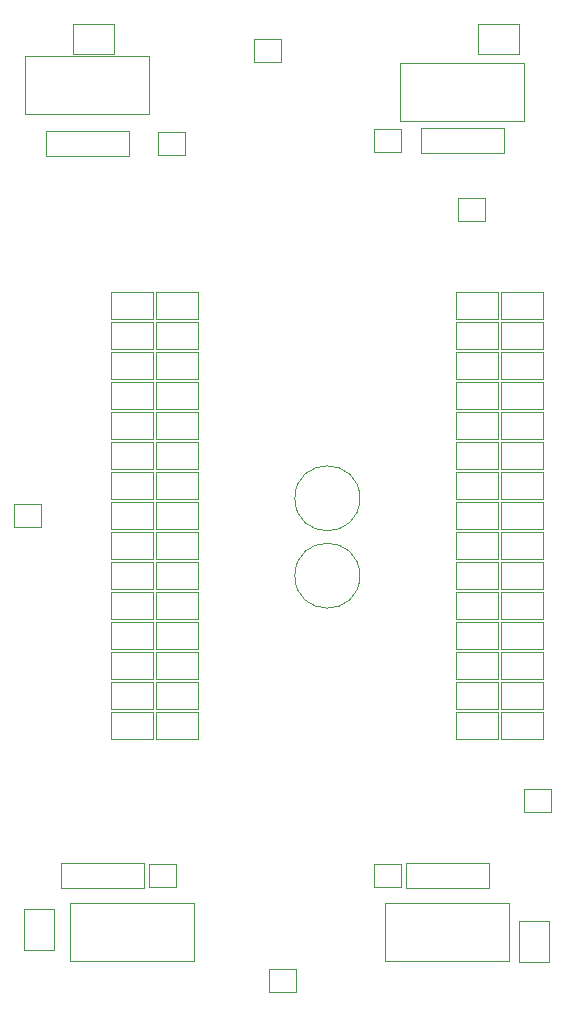
<source format=gbr>
%TF.GenerationSoftware,KiCad,Pcbnew,(5.1.10)-1*%
%TF.CreationDate,2021-10-03T01:52:35+02:00*%
%TF.ProjectId,no 1,6e6f2031-2e6b-4696-9361-645f70636258,rev?*%
%TF.SameCoordinates,Original*%
%TF.FileFunction,Other,User*%
%FSLAX46Y46*%
G04 Gerber Fmt 4.6, Leading zero omitted, Abs format (unit mm)*
G04 Created by KiCad (PCBNEW (5.1.10)-1) date 2021-10-03 01:52:35*
%MOMM*%
%LPD*%
G01*
G04 APERTURE LIST*
%ADD10C,0.050000*%
G04 APERTURE END LIST*
D10*
%TO.C,R2*%
X193360000Y-77504000D02*
X200340000Y-77504000D01*
X193360000Y-75404000D02*
X193360000Y-77504000D01*
X200340000Y-75404000D02*
X193360000Y-75404000D01*
X200340000Y-77504000D02*
X200340000Y-75404000D01*
%TO.C,J5*%
X202812000Y-77454000D02*
X205112000Y-77454000D01*
X202812000Y-75454000D02*
X202812000Y-77454000D01*
X205112000Y-75454000D02*
X202812000Y-75454000D01*
X205112000Y-77454000D02*
X205112000Y-75454000D01*
%TO.C,J13*%
X230512000Y-81042000D02*
X228212000Y-81042000D01*
X230512000Y-83042000D02*
X230512000Y-81042000D01*
X228212000Y-83042000D02*
X230512000Y-83042000D01*
X228212000Y-81042000D02*
X228212000Y-83042000D01*
%TO.C,H2*%
X219920000Y-106480000D02*
G75*
G03*
X219920000Y-106480000I-2750000J0D01*
G01*
%TO.C,H1*%
X219920000Y-113030000D02*
G75*
G03*
X219920000Y-113030000I-2750000J0D01*
G01*
%TO.C,J13*%
X198860000Y-96400000D02*
X198860000Y-94100000D01*
X202410000Y-96400000D02*
X198860000Y-96400000D01*
X202410000Y-94100000D02*
X202410000Y-96400000D01*
X198860000Y-94100000D02*
X202410000Y-94100000D01*
X202670000Y-96400000D02*
X202670000Y-94100000D01*
X206220000Y-96400000D02*
X202670000Y-96400000D01*
X206220000Y-94100000D02*
X206220000Y-96400000D01*
X202670000Y-94100000D02*
X206220000Y-94100000D01*
X198860000Y-98940000D02*
X198860000Y-96640000D01*
X202410000Y-98940000D02*
X198860000Y-98940000D01*
X202410000Y-96640000D02*
X202410000Y-98940000D01*
X198860000Y-96640000D02*
X202410000Y-96640000D01*
X202670000Y-98940000D02*
X202670000Y-96640000D01*
X206220000Y-98940000D02*
X202670000Y-98940000D01*
X206220000Y-96640000D02*
X206220000Y-98940000D01*
X202670000Y-96640000D02*
X206220000Y-96640000D01*
%TO.C,J14*%
X231880000Y-109100000D02*
X231880000Y-106800000D01*
X235430000Y-109100000D02*
X231880000Y-109100000D01*
X235430000Y-106800000D02*
X235430000Y-109100000D01*
X231880000Y-106800000D02*
X235430000Y-106800000D01*
X231880000Y-111640000D02*
X231880000Y-109340000D01*
X235430000Y-111640000D02*
X231880000Y-111640000D01*
X235430000Y-109340000D02*
X235430000Y-111640000D01*
X231880000Y-109340000D02*
X235430000Y-109340000D01*
X231880000Y-114180000D02*
X231880000Y-111880000D01*
X235430000Y-114180000D02*
X231880000Y-114180000D01*
X235430000Y-111880000D02*
X235430000Y-114180000D01*
X231880000Y-111880000D02*
X235430000Y-111880000D01*
X231880000Y-116720000D02*
X231880000Y-114420000D01*
X235430000Y-116720000D02*
X231880000Y-116720000D01*
X235430000Y-114420000D02*
X235430000Y-116720000D01*
X231880000Y-114420000D02*
X235430000Y-114420000D01*
X231880000Y-96400000D02*
X231880000Y-94100000D01*
X235430000Y-96400000D02*
X231880000Y-96400000D01*
X235430000Y-94100000D02*
X235430000Y-96400000D01*
X231880000Y-94100000D02*
X235430000Y-94100000D01*
X231880000Y-93860000D02*
X231880000Y-91560000D01*
X235430000Y-93860000D02*
X231880000Y-93860000D01*
X235430000Y-91560000D02*
X235430000Y-93860000D01*
X231880000Y-91560000D02*
X235430000Y-91560000D01*
X231880000Y-91320000D02*
X231880000Y-89020000D01*
X235430000Y-91320000D02*
X231880000Y-91320000D01*
X235430000Y-89020000D02*
X235430000Y-91320000D01*
X231880000Y-89020000D02*
X235430000Y-89020000D01*
X231880000Y-119260000D02*
X231880000Y-116960000D01*
X235430000Y-119260000D02*
X231880000Y-119260000D01*
X235430000Y-116960000D02*
X235430000Y-119260000D01*
X231880000Y-116960000D02*
X235430000Y-116960000D01*
X231880000Y-121800000D02*
X231880000Y-119500000D01*
X235430000Y-121800000D02*
X231880000Y-121800000D01*
X235430000Y-119500000D02*
X235430000Y-121800000D01*
X231880000Y-119500000D02*
X235430000Y-119500000D01*
X231880000Y-124340000D02*
X231880000Y-122040000D01*
X235430000Y-124340000D02*
X231880000Y-124340000D01*
X235430000Y-122040000D02*
X235430000Y-124340000D01*
X231880000Y-122040000D02*
X235430000Y-122040000D01*
X231880000Y-126880000D02*
X231880000Y-124580000D01*
X235430000Y-126880000D02*
X231880000Y-126880000D01*
X235430000Y-124580000D02*
X235430000Y-126880000D01*
X231880000Y-124580000D02*
X235430000Y-124580000D01*
X228070000Y-116720000D02*
X228070000Y-114420000D01*
X231620000Y-116720000D02*
X228070000Y-116720000D01*
X231620000Y-114420000D02*
X231620000Y-116720000D01*
X228070000Y-114420000D02*
X231620000Y-114420000D01*
X228070000Y-119260000D02*
X228070000Y-116960000D01*
X231620000Y-119260000D02*
X228070000Y-119260000D01*
X231620000Y-116960000D02*
X231620000Y-119260000D01*
X228070000Y-116960000D02*
X231620000Y-116960000D01*
X228070000Y-121800000D02*
X228070000Y-119500000D01*
X231620000Y-121800000D02*
X228070000Y-121800000D01*
X231620000Y-119500000D02*
X231620000Y-121800000D01*
X228070000Y-119500000D02*
X231620000Y-119500000D01*
X228070000Y-124340000D02*
X228070000Y-122040000D01*
X231620000Y-124340000D02*
X228070000Y-124340000D01*
X231620000Y-122040000D02*
X231620000Y-124340000D01*
X228070000Y-122040000D02*
X231620000Y-122040000D01*
X228070000Y-126880000D02*
X228070000Y-124580000D01*
X231620000Y-126880000D02*
X228070000Y-126880000D01*
X231620000Y-124580000D02*
X231620000Y-126880000D01*
X228070000Y-124580000D02*
X231620000Y-124580000D01*
X198860000Y-116720000D02*
X198860000Y-114420000D01*
X202410000Y-116720000D02*
X198860000Y-116720000D01*
X202410000Y-114420000D02*
X202410000Y-116720000D01*
X198860000Y-114420000D02*
X202410000Y-114420000D01*
X198860000Y-121800000D02*
X198860000Y-119500000D01*
X202410000Y-121800000D02*
X198860000Y-121800000D01*
X202410000Y-119500000D02*
X202410000Y-121800000D01*
X198860000Y-119500000D02*
X202410000Y-119500000D01*
X198860000Y-126880000D02*
X198860000Y-124580000D01*
X202410000Y-126880000D02*
X198860000Y-126880000D01*
X202410000Y-124580000D02*
X202410000Y-126880000D01*
X198860000Y-124580000D02*
X202410000Y-124580000D01*
X198860000Y-119260000D02*
X198860000Y-116960000D01*
X202410000Y-119260000D02*
X198860000Y-119260000D01*
X202410000Y-116960000D02*
X202410000Y-119260000D01*
X198860000Y-116960000D02*
X202410000Y-116960000D01*
X198860000Y-124340000D02*
X198860000Y-122040000D01*
X202410000Y-124340000D02*
X198860000Y-124340000D01*
X202410000Y-122040000D02*
X202410000Y-124340000D01*
X198860000Y-122040000D02*
X202410000Y-122040000D01*
X202670000Y-109100000D02*
X202670000Y-106800000D01*
X206220000Y-109100000D02*
X202670000Y-109100000D01*
X206220000Y-106800000D02*
X206220000Y-109100000D01*
X202670000Y-106800000D02*
X206220000Y-106800000D01*
X202670000Y-111640000D02*
X202670000Y-109340000D01*
X206220000Y-111640000D02*
X202670000Y-111640000D01*
X206220000Y-109340000D02*
X206220000Y-111640000D01*
X202670000Y-109340000D02*
X206220000Y-109340000D01*
X202670000Y-114180000D02*
X202670000Y-111880000D01*
X206220000Y-114180000D02*
X202670000Y-114180000D01*
X206220000Y-111880000D02*
X206220000Y-114180000D01*
X202670000Y-111880000D02*
X206220000Y-111880000D01*
X202670000Y-116720000D02*
X202670000Y-114420000D01*
X206220000Y-116720000D02*
X202670000Y-116720000D01*
X206220000Y-114420000D02*
X206220000Y-116720000D01*
X202670000Y-114420000D02*
X206220000Y-114420000D01*
X202670000Y-93860000D02*
X202670000Y-91560000D01*
X206220000Y-93860000D02*
X202670000Y-93860000D01*
X206220000Y-91560000D02*
X206220000Y-93860000D01*
X202670000Y-91560000D02*
X206220000Y-91560000D01*
X202670000Y-119260000D02*
X202670000Y-116960000D01*
X206220000Y-119260000D02*
X202670000Y-119260000D01*
X206220000Y-116960000D02*
X206220000Y-119260000D01*
X202670000Y-116960000D02*
X206220000Y-116960000D01*
X202670000Y-124340000D02*
X202670000Y-122040000D01*
X206220000Y-124340000D02*
X202670000Y-124340000D01*
X206220000Y-122040000D02*
X206220000Y-124340000D01*
X202670000Y-122040000D02*
X206220000Y-122040000D01*
X202670000Y-126880000D02*
X202670000Y-124580000D01*
X206220000Y-126880000D02*
X202670000Y-126880000D01*
X206220000Y-124580000D02*
X206220000Y-126880000D01*
X202670000Y-124580000D02*
X206220000Y-124580000D01*
X202670000Y-121800000D02*
X202670000Y-119500000D01*
X206220000Y-121800000D02*
X202670000Y-121800000D01*
X206220000Y-119500000D02*
X206220000Y-121800000D01*
X202670000Y-119500000D02*
X206220000Y-119500000D01*
X202670000Y-91320000D02*
X202670000Y-89020000D01*
X206220000Y-91320000D02*
X202670000Y-91320000D01*
X206220000Y-89020000D02*
X206220000Y-91320000D01*
X202670000Y-89020000D02*
X206220000Y-89020000D01*
%TO.C,J13*%
X228070000Y-101480000D02*
X228070000Y-99180000D01*
X231620000Y-101480000D02*
X228070000Y-101480000D01*
X231620000Y-99180000D02*
X231620000Y-101480000D01*
X228070000Y-99180000D02*
X231620000Y-99180000D01*
X228070000Y-104020000D02*
X228070000Y-101720000D01*
X231620000Y-104020000D02*
X228070000Y-104020000D01*
X231620000Y-101720000D02*
X231620000Y-104020000D01*
X228070000Y-101720000D02*
X231620000Y-101720000D01*
X228070000Y-106560000D02*
X228070000Y-104260000D01*
X231620000Y-106560000D02*
X228070000Y-106560000D01*
X231620000Y-104260000D02*
X231620000Y-106560000D01*
X228070000Y-104260000D02*
X231620000Y-104260000D01*
X228070000Y-96400000D02*
X228070000Y-94100000D01*
X231620000Y-96400000D02*
X228070000Y-96400000D01*
X231620000Y-94100000D02*
X231620000Y-96400000D01*
X228070000Y-94100000D02*
X231620000Y-94100000D01*
X228070000Y-93860000D02*
X228070000Y-91560000D01*
X231620000Y-93860000D02*
X228070000Y-93860000D01*
X231620000Y-91560000D02*
X231620000Y-93860000D01*
X228070000Y-91560000D02*
X231620000Y-91560000D01*
X228070000Y-91320000D02*
X228070000Y-89020000D01*
X231620000Y-91320000D02*
X228070000Y-91320000D01*
X231620000Y-89020000D02*
X231620000Y-91320000D01*
X228070000Y-89020000D02*
X231620000Y-89020000D01*
X228070000Y-109100000D02*
X228070000Y-106800000D01*
X231620000Y-109100000D02*
X228070000Y-109100000D01*
X231620000Y-106800000D02*
X231620000Y-109100000D01*
X228070000Y-106800000D02*
X231620000Y-106800000D01*
X228070000Y-111640000D02*
X228070000Y-109340000D01*
X231620000Y-111640000D02*
X228070000Y-111640000D01*
X231620000Y-109340000D02*
X231620000Y-111640000D01*
X228070000Y-109340000D02*
X231620000Y-109340000D01*
X228070000Y-114180000D02*
X228070000Y-111880000D01*
X231620000Y-114180000D02*
X228070000Y-114180000D01*
X231620000Y-111880000D02*
X231620000Y-114180000D01*
X228070000Y-111880000D02*
X231620000Y-111880000D01*
X198860000Y-101480000D02*
X198860000Y-99180000D01*
X202410000Y-101480000D02*
X198860000Y-101480000D01*
X202410000Y-99180000D02*
X202410000Y-101480000D01*
X198860000Y-99180000D02*
X202410000Y-99180000D01*
X198860000Y-106560000D02*
X198860000Y-104260000D01*
X202410000Y-106560000D02*
X198860000Y-106560000D01*
X202410000Y-104260000D02*
X202410000Y-106560000D01*
X198860000Y-104260000D02*
X202410000Y-104260000D01*
X198860000Y-104020000D02*
X198860000Y-101720000D01*
X202410000Y-104020000D02*
X198860000Y-104020000D01*
X202410000Y-101720000D02*
X202410000Y-104020000D01*
X198860000Y-101720000D02*
X202410000Y-101720000D01*
X198860000Y-91320000D02*
X198860000Y-89020000D01*
X202410000Y-91320000D02*
X198860000Y-91320000D01*
X202410000Y-89020000D02*
X202410000Y-91320000D01*
X198860000Y-89020000D02*
X202410000Y-89020000D01*
X198860000Y-93860000D02*
X198860000Y-91560000D01*
X202410000Y-93860000D02*
X198860000Y-93860000D01*
X202410000Y-91560000D02*
X202410000Y-93860000D01*
X198860000Y-91560000D02*
X202410000Y-91560000D01*
X198860000Y-111640000D02*
X198860000Y-109340000D01*
X202410000Y-111640000D02*
X198860000Y-111640000D01*
X202410000Y-109340000D02*
X202410000Y-111640000D01*
X198860000Y-109340000D02*
X202410000Y-109340000D01*
X198860000Y-114180000D02*
X198860000Y-111880000D01*
X202410000Y-114180000D02*
X198860000Y-114180000D01*
X202410000Y-111880000D02*
X202410000Y-114180000D01*
X198860000Y-111880000D02*
X202410000Y-111880000D01*
X198860000Y-109100000D02*
X198860000Y-106800000D01*
X202410000Y-109100000D02*
X198860000Y-109100000D01*
X202410000Y-106800000D02*
X202410000Y-109100000D01*
X198860000Y-106800000D02*
X202410000Y-106800000D01*
X228070000Y-98940000D02*
X228070000Y-96640000D01*
X231620000Y-98940000D02*
X228070000Y-98940000D01*
X231620000Y-96640000D02*
X231620000Y-98940000D01*
X228070000Y-96640000D02*
X231620000Y-96640000D01*
X231880000Y-98940000D02*
X231880000Y-96640000D01*
X235430000Y-98940000D02*
X231880000Y-98940000D01*
X235430000Y-96640000D02*
X235430000Y-98940000D01*
X231880000Y-96640000D02*
X235430000Y-96640000D01*
X231880000Y-101480000D02*
X231880000Y-99180000D01*
X235430000Y-101480000D02*
X231880000Y-101480000D01*
X235430000Y-99180000D02*
X235430000Y-101480000D01*
X231880000Y-99180000D02*
X235430000Y-99180000D01*
X231880000Y-104020000D02*
X231880000Y-101720000D01*
X235430000Y-104020000D02*
X231880000Y-104020000D01*
X235430000Y-101720000D02*
X235430000Y-104020000D01*
X231880000Y-101720000D02*
X235430000Y-101720000D01*
X231880000Y-106560000D02*
X231880000Y-104260000D01*
X235430000Y-106560000D02*
X231880000Y-106560000D01*
X235430000Y-104260000D02*
X235430000Y-106560000D01*
X231880000Y-104260000D02*
X235430000Y-104260000D01*
X202670000Y-101480000D02*
X202670000Y-99180000D01*
X206220000Y-101480000D02*
X202670000Y-101480000D01*
X206220000Y-99180000D02*
X206220000Y-101480000D01*
X202670000Y-99180000D02*
X206220000Y-99180000D01*
X202670000Y-104020000D02*
X202670000Y-101720000D01*
X206220000Y-104020000D02*
X202670000Y-104020000D01*
X206220000Y-101720000D02*
X206220000Y-104020000D01*
X202670000Y-101720000D02*
X206220000Y-101720000D01*
X202670000Y-106560000D02*
X202670000Y-104260000D01*
X206220000Y-106560000D02*
X202670000Y-106560000D01*
X206220000Y-104260000D02*
X206220000Y-106560000D01*
X202670000Y-104260000D02*
X206220000Y-104260000D01*
%TO.C,Q4*%
X233850000Y-74520000D02*
X233850000Y-69610000D01*
X233850000Y-69610000D02*
X223350000Y-69610000D01*
X223350000Y-69610000D02*
X223350000Y-74520000D01*
X223350000Y-74520000D02*
X233850000Y-74520000D01*
%TO.C,J1*%
X191500000Y-144760000D02*
X191500000Y-141260000D01*
X194000000Y-144760000D02*
X191500000Y-144760000D01*
X194000000Y-141260000D02*
X194000000Y-144760000D01*
X191500000Y-141260000D02*
X194000000Y-141260000D01*
%TO.C,J2*%
X195600000Y-68850000D02*
X195600000Y-66350000D01*
X195600000Y-66350000D02*
X199100000Y-66350000D01*
X199100000Y-66350000D02*
X199100000Y-68850000D01*
X199100000Y-68850000D02*
X195600000Y-68850000D01*
%TO.C,J3*%
X192920000Y-106950000D02*
X190620000Y-106950000D01*
X192920000Y-108950000D02*
X192920000Y-106950000D01*
X190620000Y-108950000D02*
X192920000Y-108950000D01*
X190620000Y-106950000D02*
X190620000Y-108950000D01*
%TO.C,J4*%
X204350000Y-137430000D02*
X202050000Y-137430000D01*
X204350000Y-139430000D02*
X204350000Y-137430000D01*
X202050000Y-139430000D02*
X204350000Y-139430000D01*
X202050000Y-137430000D02*
X202050000Y-139430000D01*
%TO.C,J6*%
X212210000Y-146320000D02*
X212210000Y-148320000D01*
X212210000Y-148320000D02*
X214510000Y-148320000D01*
X214510000Y-148320000D02*
X214510000Y-146320000D01*
X214510000Y-146320000D02*
X212210000Y-146320000D01*
%TO.C,J7*%
X213240000Y-67580000D02*
X210940000Y-67580000D01*
X213240000Y-69580000D02*
X213240000Y-67580000D01*
X210940000Y-69580000D02*
X213240000Y-69580000D01*
X210940000Y-67580000D02*
X210940000Y-69580000D01*
%TO.C,J8*%
X223400000Y-75200000D02*
X221100000Y-75200000D01*
X223400000Y-77200000D02*
X223400000Y-75200000D01*
X221100000Y-77200000D02*
X223400000Y-77200000D01*
X221100000Y-75200000D02*
X221100000Y-77200000D01*
%TO.C,J9*%
X221100000Y-137430000D02*
X221100000Y-139430000D01*
X221100000Y-139430000D02*
X223400000Y-139430000D01*
X223400000Y-139430000D02*
X223400000Y-137430000D01*
X223400000Y-137430000D02*
X221100000Y-137430000D01*
%TO.C,J10*%
X233800000Y-131080000D02*
X233800000Y-133080000D01*
X233800000Y-133080000D02*
X236100000Y-133080000D01*
X236100000Y-133080000D02*
X236100000Y-131080000D01*
X236100000Y-131080000D02*
X233800000Y-131080000D01*
%TO.C,J11*%
X233390000Y-68850000D02*
X229890000Y-68850000D01*
X233390000Y-66350000D02*
X233390000Y-68850000D01*
X229890000Y-66350000D02*
X233390000Y-66350000D01*
X229890000Y-68850000D02*
X229890000Y-66350000D01*
%TO.C,J12*%
X233410000Y-142260000D02*
X235910000Y-142260000D01*
X235910000Y-142260000D02*
X235910000Y-145760000D01*
X235910000Y-145760000D02*
X233410000Y-145760000D01*
X233410000Y-145760000D02*
X233410000Y-142260000D01*
%TO.C,Q1*%
X205910000Y-145640000D02*
X205910000Y-140730000D01*
X205910000Y-140730000D02*
X195410000Y-140730000D01*
X195410000Y-140730000D02*
X195410000Y-145640000D01*
X195410000Y-145640000D02*
X205910000Y-145640000D01*
%TO.C,Q2*%
X202100000Y-68990000D02*
X191600000Y-68990000D01*
X202100000Y-73900000D02*
X202100000Y-68990000D01*
X191600000Y-73900000D02*
X202100000Y-73900000D01*
X191600000Y-68990000D02*
X191600000Y-73900000D01*
%TO.C,Q3*%
X232580000Y-145640000D02*
X232580000Y-140730000D01*
X232580000Y-140730000D02*
X222080000Y-140730000D01*
X222080000Y-140730000D02*
X222080000Y-145640000D01*
X222080000Y-145640000D02*
X232580000Y-145640000D01*
%TO.C,R1*%
X194630000Y-139480000D02*
X201610000Y-139480000D01*
X194630000Y-137380000D02*
X194630000Y-139480000D01*
X201610000Y-137380000D02*
X194630000Y-137380000D01*
X201610000Y-139480000D02*
X201610000Y-137380000D01*
%TO.C,R3*%
X230820000Y-139480000D02*
X230820000Y-137380000D01*
X230820000Y-137380000D02*
X223840000Y-137380000D01*
X223840000Y-137380000D02*
X223840000Y-139480000D01*
X223840000Y-139480000D02*
X230820000Y-139480000D01*
%TO.C,R4*%
X225110000Y-77250000D02*
X232090000Y-77250000D01*
X225110000Y-75150000D02*
X225110000Y-77250000D01*
X232090000Y-75150000D02*
X225110000Y-75150000D01*
X232090000Y-77250000D02*
X232090000Y-75150000D01*
%TD*%
M02*

</source>
